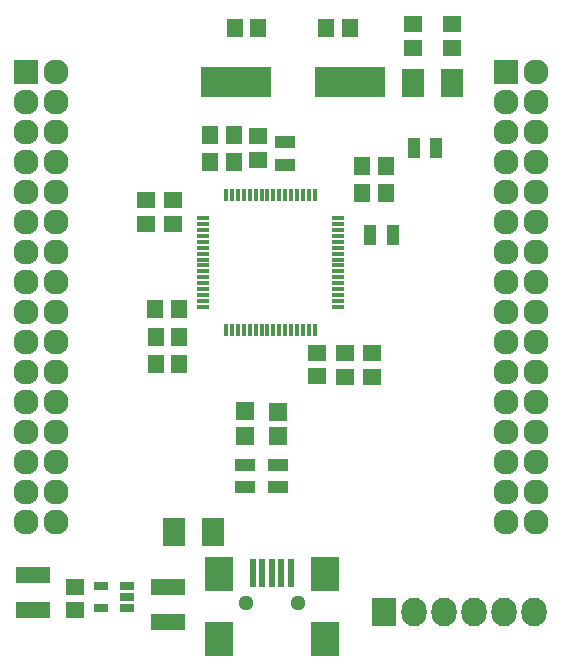
<source format=gts>
G04 #@! TF.FileFunction,Soldermask,Top*
%FSLAX46Y46*%
G04 Gerber Fmt 4.6, Leading zero omitted, Abs format (unit mm)*
G04 Created by KiCad (PCBNEW 4.0.0-rc1-stable) date 10/23/2015 7:55:34 PM*
%MOMM*%
G01*
G04 APERTURE LIST*
%ADD10C,0.100000*%
%ADD11R,0.351600X1.101600*%
%ADD12R,1.101600X0.351600*%
%ADD13R,1.161600X0.751600*%
%ADD14R,0.601980X2.402840*%
%ADD15R,2.398980X2.899360*%
%ADD16C,1.299160*%
%ADD17R,1.400000X1.650000*%
%ADD18R,1.650000X1.400000*%
%ADD19R,2.900000X1.400000*%
%ADD20R,1.598880X1.598880*%
%ADD21R,1.924000X2.432000*%
%ADD22R,2.127200X2.432000*%
%ADD23O,2.127200X2.432000*%
%ADD24R,2.127200X2.127200*%
%ADD25O,2.127200X2.127200*%
%ADD26R,1.100000X1.700000*%
%ADD27R,1.700000X1.100000*%
%ADD28R,6.000700X2.500580*%
G04 APERTURE END LIST*
D10*
D11*
X79061000Y-99329000D03*
X78561000Y-99329000D03*
X78061000Y-99329000D03*
X77561000Y-99329000D03*
X77061000Y-99329000D03*
X76561000Y-99329000D03*
X76061000Y-99329000D03*
X75561000Y-99329000D03*
X75061000Y-99329000D03*
X74561000Y-99329000D03*
X74061000Y-99329000D03*
X73561000Y-99329000D03*
X73061000Y-99329000D03*
X72561000Y-99329000D03*
X72061000Y-99329000D03*
X71561000Y-99329000D03*
D12*
X69611000Y-101279000D03*
X69611000Y-101779000D03*
X69611000Y-102279000D03*
X69611000Y-102779000D03*
X69611000Y-103279000D03*
X69611000Y-103779000D03*
X69611000Y-104279000D03*
X69611000Y-104779000D03*
X69611000Y-105279000D03*
X69611000Y-105779000D03*
X69611000Y-106279000D03*
X69611000Y-106779000D03*
X69611000Y-107279000D03*
X69611000Y-107779000D03*
X69611000Y-108279000D03*
X69611000Y-108779000D03*
D11*
X71561000Y-110729000D03*
X72061000Y-110729000D03*
X72561000Y-110729000D03*
X73061000Y-110729000D03*
X73561000Y-110729000D03*
X74061000Y-110729000D03*
X74561000Y-110729000D03*
X75061000Y-110729000D03*
X75561000Y-110729000D03*
X76061000Y-110729000D03*
X76561000Y-110729000D03*
X77061000Y-110729000D03*
X77561000Y-110729000D03*
X78061000Y-110729000D03*
X78561000Y-110729000D03*
X79061000Y-110729000D03*
D12*
X81011000Y-108779000D03*
X81011000Y-108279000D03*
X81011000Y-107779000D03*
X81011000Y-107279000D03*
X81011000Y-106779000D03*
X81011000Y-106279000D03*
X81011000Y-105779000D03*
X81011000Y-105279000D03*
X81011000Y-104779000D03*
X81011000Y-104279000D03*
X81011000Y-103779000D03*
X81011000Y-103279000D03*
X81011000Y-102779000D03*
X81011000Y-102279000D03*
X81011000Y-101779000D03*
X81011000Y-101279000D03*
D13*
X63203000Y-134300000D03*
X63203000Y-133350000D03*
X63203000Y-132400000D03*
X61003000Y-132400000D03*
X61003000Y-134300000D03*
D14*
X73837800Y-131297680D03*
X74637900Y-131297680D03*
X75438000Y-131297680D03*
X76238100Y-131297680D03*
X77038200Y-131297680D03*
D15*
X70987920Y-131396740D03*
X70987920Y-136895840D03*
X79888080Y-131396740D03*
X79888080Y-136895840D03*
D16*
X73238360Y-133896100D03*
X77637640Y-133896100D03*
D17*
X83058000Y-99187000D03*
X85058000Y-99187000D03*
X83058000Y-96901000D03*
X85058000Y-96901000D03*
D18*
X79248000Y-112665000D03*
X79248000Y-114665000D03*
X83874768Y-112689682D03*
X83874768Y-114689682D03*
X81588768Y-112721682D03*
X81588768Y-114721682D03*
D17*
X65564000Y-108966000D03*
X67564000Y-108966000D03*
D18*
X74295000Y-96361000D03*
X74295000Y-94361000D03*
D17*
X67595974Y-113617878D03*
X65595974Y-113617878D03*
X67579974Y-111331878D03*
X65579974Y-111331878D03*
X80042000Y-85217000D03*
X82042000Y-85217000D03*
X74295000Y-85217000D03*
X72295000Y-85217000D03*
D18*
X90678000Y-84852000D03*
X90678000Y-86852000D03*
X87376000Y-84852000D03*
X87376000Y-86852000D03*
X64741952Y-101750538D03*
X64741952Y-99750538D03*
X67027952Y-101750538D03*
X67027952Y-99750538D03*
D17*
X72204875Y-96507365D03*
X70204875Y-96507365D03*
X72204875Y-94221365D03*
X70204875Y-94221365D03*
D19*
X66675000Y-132485000D03*
X66675000Y-135485000D03*
D18*
X58801000Y-134477000D03*
X58801000Y-132477000D03*
D19*
X55245000Y-134469000D03*
X55245000Y-131469000D03*
D20*
X73152000Y-117602000D03*
X73152000Y-119700040D03*
D21*
X67183000Y-127889000D03*
X70485000Y-127889000D03*
D20*
X75946000Y-117662960D03*
X75946000Y-119761000D03*
D22*
X84963000Y-134620000D03*
D23*
X87503000Y-134620000D03*
X90043000Y-134620000D03*
X92583000Y-134620000D03*
X95123000Y-134620000D03*
X97663000Y-134620000D03*
D24*
X54610000Y-88900000D03*
D25*
X57150000Y-88900000D03*
X54610000Y-91440000D03*
X57150000Y-91440000D03*
X54610000Y-93980000D03*
X57150000Y-93980000D03*
X54610000Y-96520000D03*
X57150000Y-96520000D03*
X54610000Y-99060000D03*
X57150000Y-99060000D03*
X54610000Y-101600000D03*
X57150000Y-101600000D03*
X54610000Y-104140000D03*
X57150000Y-104140000D03*
X54610000Y-106680000D03*
X57150000Y-106680000D03*
X54610000Y-109220000D03*
X57150000Y-109220000D03*
X54610000Y-111760000D03*
X57150000Y-111760000D03*
X54610000Y-114300000D03*
X57150000Y-114300000D03*
X54610000Y-116840000D03*
X57150000Y-116840000D03*
X54610000Y-119380000D03*
X57150000Y-119380000D03*
X54610000Y-121920000D03*
X57150000Y-121920000D03*
X54610000Y-124460000D03*
X57150000Y-124460000D03*
X54610000Y-127000000D03*
X57150000Y-127000000D03*
D24*
X95250000Y-88900000D03*
D25*
X97790000Y-88900000D03*
X95250000Y-91440000D03*
X97790000Y-91440000D03*
X95250000Y-93980000D03*
X97790000Y-93980000D03*
X95250000Y-96520000D03*
X97790000Y-96520000D03*
X95250000Y-99060000D03*
X97790000Y-99060000D03*
X95250000Y-101600000D03*
X97790000Y-101600000D03*
X95250000Y-104140000D03*
X97790000Y-104140000D03*
X95250000Y-106680000D03*
X97790000Y-106680000D03*
X95250000Y-109220000D03*
X97790000Y-109220000D03*
X95250000Y-111760000D03*
X97790000Y-111760000D03*
X95250000Y-114300000D03*
X97790000Y-114300000D03*
X95250000Y-116840000D03*
X97790000Y-116840000D03*
X95250000Y-119380000D03*
X97790000Y-119380000D03*
X95250000Y-121920000D03*
X97790000Y-121920000D03*
X95250000Y-124460000D03*
X97790000Y-124460000D03*
X95250000Y-127000000D03*
X97790000Y-127000000D03*
D26*
X87442000Y-95377000D03*
X89342000Y-95377000D03*
D27*
X76581000Y-94869000D03*
X76581000Y-96769000D03*
D26*
X83759000Y-102743000D03*
X85659000Y-102743000D03*
D27*
X73152000Y-122179000D03*
X73152000Y-124079000D03*
X75946000Y-122174000D03*
X75946000Y-124074000D03*
D28*
X72367140Y-89789000D03*
X82064860Y-89789000D03*
D21*
X90714869Y-89808317D03*
X87412869Y-89808317D03*
M02*

</source>
